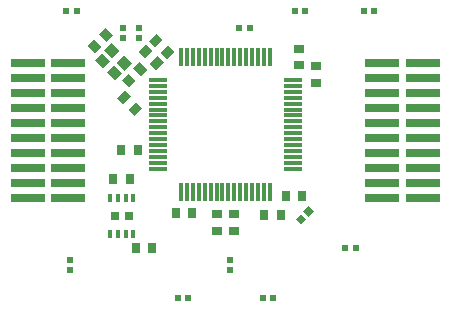
<source format=gtp>
G04 #@! TF.FileFunction,Paste,Top*
%FSLAX46Y46*%
G04 Gerber Fmt 4.6, Leading zero omitted, Abs format (unit mm)*
G04 Created by KiCad (PCBNEW 4.0.2+e4-6225~38~ubuntu14.04.1-stable) date Tue 28 Jun 2016 16:45:29 BST*
%MOMM*%
G01*
G04 APERTURE LIST*
%ADD10C,0.100000*%
%ADD11R,1.500000X0.300000*%
%ADD12R,0.300000X1.500000*%
%ADD13R,0.750000X0.900000*%
%ADD14R,0.350000X0.650000*%
%ADD15R,0.802000X0.802000*%
%ADD16R,2.920000X0.740000*%
%ADD17R,0.900000X0.750000*%
%ADD18R,0.620000X0.620000*%
G04 APERTURE END LIST*
D10*
D11*
X94300000Y-95750000D03*
X94300000Y-96250000D03*
X94300000Y-96750000D03*
X94300000Y-97250000D03*
X94300000Y-97750000D03*
X94300000Y-98250000D03*
X94300000Y-98750000D03*
X94300000Y-99250000D03*
X94300000Y-99750000D03*
X94300000Y-100250000D03*
X94300000Y-100750000D03*
X94300000Y-101250000D03*
X94300000Y-101750000D03*
X94300000Y-102250000D03*
X94300000Y-102750000D03*
X94300000Y-103250000D03*
D12*
X96250000Y-105200000D03*
X96750000Y-105200000D03*
X97250000Y-105200000D03*
X97750000Y-105200000D03*
X98250000Y-105200000D03*
X98750000Y-105200000D03*
X99250000Y-105200000D03*
X99750000Y-105200000D03*
X100250000Y-105200000D03*
X100750000Y-105200000D03*
X101250000Y-105200000D03*
X101750000Y-105200000D03*
X102250000Y-105200000D03*
X102750000Y-105200000D03*
X103250000Y-105200000D03*
X103750000Y-105200000D03*
D11*
X105700000Y-103250000D03*
X105700000Y-102750000D03*
X105700000Y-102250000D03*
X105700000Y-101750000D03*
X105700000Y-101250000D03*
X105700000Y-100750000D03*
X105700000Y-100250000D03*
X105700000Y-99750000D03*
X105700000Y-99250000D03*
X105700000Y-98750000D03*
X105700000Y-98250000D03*
X105700000Y-97750000D03*
X105700000Y-97250000D03*
X105700000Y-96750000D03*
X105700000Y-96250000D03*
X105700000Y-95750000D03*
D12*
X103750000Y-93800000D03*
X103250000Y-93800000D03*
X102750000Y-93800000D03*
X102250000Y-93800000D03*
X101750000Y-93800000D03*
X101250000Y-93800000D03*
X100750000Y-93800000D03*
X100250000Y-93800000D03*
X99750000Y-93800000D03*
X99250000Y-93800000D03*
X98750000Y-93800000D03*
X98250000Y-93800000D03*
X97750000Y-93800000D03*
X97250000Y-93800000D03*
X96750000Y-93800000D03*
X96250000Y-93800000D03*
D13*
X91900000Y-104100000D03*
X90500000Y-104100000D03*
D14*
X90250000Y-108800000D03*
X90900000Y-108800000D03*
X91550000Y-108800000D03*
X92200000Y-108800000D03*
X92200000Y-105700000D03*
X91550000Y-105700000D03*
X90900000Y-105700000D03*
X90250000Y-105700000D03*
D15*
X90625000Y-107250000D03*
X91825000Y-107250000D03*
D16*
X83285000Y-94285000D03*
X86715000Y-94285000D03*
X83285000Y-95555000D03*
X86715000Y-95555000D03*
X83285000Y-96825000D03*
X86715000Y-96825000D03*
X83285000Y-98095000D03*
X86715000Y-98095000D03*
X83285000Y-99365000D03*
X86715000Y-99365000D03*
X83285000Y-100635000D03*
X86715000Y-100635000D03*
X83285000Y-101905000D03*
X86715000Y-101905000D03*
X83285000Y-103175000D03*
X86715000Y-103175000D03*
X83285000Y-104445000D03*
X86715000Y-104445000D03*
X83285000Y-105715000D03*
X86715000Y-105715000D03*
X113285000Y-94285000D03*
X116715000Y-94285000D03*
X113285000Y-95555000D03*
X116715000Y-95555000D03*
X113285000Y-96825000D03*
X116715000Y-96825000D03*
X113285000Y-98095000D03*
X116715000Y-98095000D03*
X113285000Y-99365000D03*
X116715000Y-99365000D03*
X113285000Y-100635000D03*
X116715000Y-100635000D03*
X113285000Y-101905000D03*
X116715000Y-101905000D03*
X113285000Y-103175000D03*
X116715000Y-103175000D03*
X113285000Y-104445000D03*
X116715000Y-104445000D03*
X113285000Y-105715000D03*
X116715000Y-105715000D03*
D10*
G36*
X88944365Y-94058579D02*
X89545406Y-93457538D01*
X90217157Y-94129289D01*
X89616116Y-94730330D01*
X88944365Y-94058579D01*
X88944365Y-94058579D01*
G37*
G36*
X89969670Y-95083884D02*
X90570711Y-94482843D01*
X91242462Y-95154594D01*
X90641421Y-95755635D01*
X89969670Y-95083884D01*
X89969670Y-95083884D01*
G37*
G36*
X90782843Y-94270711D02*
X91383884Y-93669670D01*
X92055635Y-94341421D01*
X91454594Y-94942462D01*
X90782843Y-94270711D01*
X90782843Y-94270711D01*
G37*
G36*
X89757538Y-93245406D02*
X90358579Y-92644365D01*
X91030330Y-93316116D01*
X90429289Y-93917157D01*
X89757538Y-93245406D01*
X89757538Y-93245406D01*
G37*
D13*
X105100000Y-105600000D03*
X106500000Y-105600000D03*
D10*
G36*
X94778338Y-94241942D02*
X94141942Y-94878338D01*
X93611612Y-94348008D01*
X94248008Y-93711612D01*
X94778338Y-94241942D01*
X94778338Y-94241942D01*
G37*
G36*
X93788388Y-93251992D02*
X93151992Y-93888388D01*
X92621662Y-93358058D01*
X93258058Y-92721662D01*
X93788388Y-93251992D01*
X93788388Y-93251992D01*
G37*
G36*
X95678338Y-93341942D02*
X95041942Y-93978338D01*
X94511612Y-93448008D01*
X95148008Y-92811612D01*
X95678338Y-93341942D01*
X95678338Y-93341942D01*
G37*
G36*
X94688388Y-92351992D02*
X94051992Y-92988388D01*
X93521662Y-92458058D01*
X94158058Y-91821662D01*
X94688388Y-92351992D01*
X94688388Y-92351992D01*
G37*
D13*
X97200000Y-107000000D03*
X95800000Y-107000000D03*
D17*
X106200000Y-94500000D03*
X106200000Y-93100000D03*
D13*
X92600000Y-101700000D03*
X91200000Y-101700000D03*
D17*
X107700000Y-94600000D03*
X107700000Y-96000000D03*
D13*
X104700000Y-107200000D03*
X103300000Y-107200000D03*
X92400000Y-110000000D03*
X93800000Y-110000000D03*
D10*
G36*
X89841942Y-91321662D02*
X90478338Y-91958058D01*
X89948008Y-92488388D01*
X89311612Y-91851992D01*
X89841942Y-91321662D01*
X89841942Y-91321662D01*
G37*
G36*
X88851992Y-92311612D02*
X89488388Y-92948008D01*
X88958058Y-93478338D01*
X88321662Y-92841942D01*
X88851992Y-92311612D01*
X88851992Y-92311612D01*
G37*
G36*
X92741942Y-94221662D02*
X93378338Y-94858058D01*
X92848008Y-95388388D01*
X92211612Y-94751992D01*
X92741942Y-94221662D01*
X92741942Y-94221662D01*
G37*
G36*
X91751992Y-95211612D02*
X92388388Y-95848008D01*
X91858058Y-96378338D01*
X91221662Y-95741942D01*
X91751992Y-95211612D01*
X91751992Y-95211612D01*
G37*
D17*
X100750000Y-108500000D03*
X100750000Y-107100000D03*
X99250000Y-108500000D03*
X99250000Y-107100000D03*
D10*
G36*
X90821662Y-97258058D02*
X91458058Y-96621662D01*
X91988388Y-97151992D01*
X91351992Y-97788388D01*
X90821662Y-97258058D01*
X90821662Y-97258058D01*
G37*
G36*
X91811612Y-98248008D02*
X92448008Y-97611612D01*
X92978338Y-98141942D01*
X92341942Y-98778338D01*
X91811612Y-98248008D01*
X91811612Y-98248008D01*
G37*
D18*
X86800000Y-111850000D03*
X86800000Y-110950000D03*
X96850000Y-114200000D03*
X95950000Y-114200000D03*
X104055000Y-114200000D03*
X103155000Y-114200000D03*
X111050000Y-110000000D03*
X110150000Y-110000000D03*
X92700000Y-91300000D03*
X92700000Y-92200000D03*
X91300000Y-91300000D03*
X91300000Y-92200000D03*
X87400000Y-89900000D03*
X86500000Y-89900000D03*
X101150000Y-91350000D03*
X102050000Y-91350000D03*
D10*
G36*
X106400000Y-107938406D02*
X105961594Y-107500000D01*
X106400000Y-107061594D01*
X106838406Y-107500000D01*
X106400000Y-107938406D01*
X106400000Y-107938406D01*
G37*
G36*
X107036396Y-107302010D02*
X106597990Y-106863604D01*
X107036396Y-106425198D01*
X107474802Y-106863604D01*
X107036396Y-107302010D01*
X107036396Y-107302010D01*
G37*
D18*
X100400000Y-111850000D03*
X100400000Y-110950000D03*
X111700000Y-89900000D03*
X112600000Y-89900000D03*
X106750000Y-89900000D03*
X105850000Y-89900000D03*
M02*

</source>
